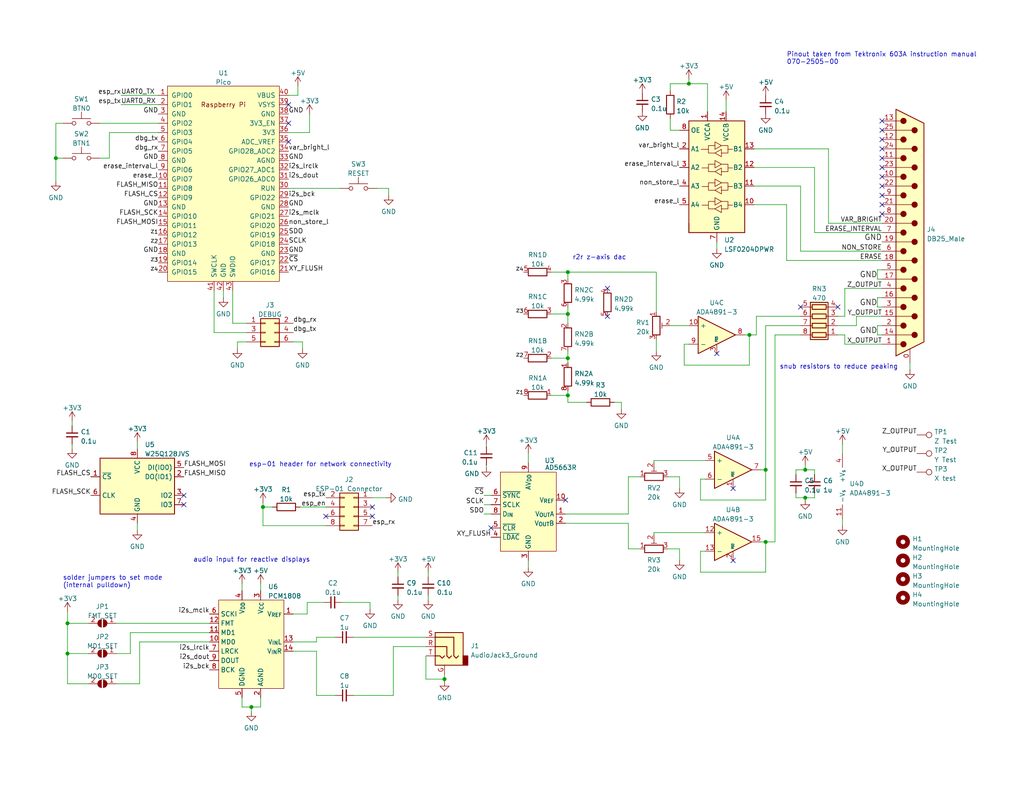
<source format=kicad_sch>
(kicad_sch (version 20211123) (generator eeschema)
  (paper "USLetter")
  (title_block (title "Picotronix Main Board") (date "2022-03-23") (rev "2") (company "Saji Champlin"))
  (junction (at 15.24 43.18))
  (junction (at 208.915 147.955))
  (junction (at 219.71 128.27))
  (junction (at 121.285 185.42))
  (junction (at 154.94 107.95))
  (junction (at 154.94 85.725))
  (junction (at 219.71 135.89))
  (junction (at 154.94 74.295))
  (junction (at 71.755 138.43))
  (junction (at 204.47 91.44))
  (junction (at 154.94 97.79))
  (junction (at 208.915 128.27))
  (junction (at 68.58 193.04))
  (junction (at 18.415 178.435))
  (junction (at 187.96 22.86))
  (junction (at 18.415 170.18))
  (no_connect (at 101.6 140.97))
  (no_connect (at 240.665 50.8))
  (no_connect (at 240.665 53.34))
  (no_connect (at 88.9 140.97))
  (no_connect (at 101.6 138.43))
  (no_connect (at 195.58 96.52))
  (no_connect (at 200.025 153.035))
  (no_connect (at 200.025 133.35))
  (no_connect (at 240.665 45.72))
  (no_connect (at 240.665 35.56))
  (no_connect (at 240.665 58.42))
  (no_connect (at 240.665 40.64))
  (no_connect (at 218.44 83.82))
  (no_connect (at 228.6 83.82))
  (no_connect (at 78.74 28.575))
  (no_connect (at 240.665 55.88))
  (no_connect (at 78.74 33.655))
  (no_connect (at 154.305 136.525))
  (no_connect (at 78.74 38.735))
  (no_connect (at 240.665 48.26))
  (no_connect (at 240.665 33.02))
  (no_connect (at 165.735 78.74))
  (no_connect (at 165.735 86.36))
  (no_connect (at 240.665 43.18))
  (no_connect (at 133.985 144.145))
  (no_connect (at 50.165 137.795))
  (no_connect (at 50.165 135.255))
  (no_connect (at 240.665 38.1))
  (wire (pts (xy 211.455 91.44) (xy 211.455 147.955)))
  (wire (pts (xy 219.71 135.89) (xy 219.71 136.525)))
  (wire (pts (xy 154.94 107.95) (xy 150.495 107.95)))
  (wire (pts (xy 182.88 88.9) (xy 187.96 88.9)))
  (wire (pts (xy 208.915 128.27) (xy 208.915 88.9)))
  (wire (pts (xy 37.465 120.65) (xy 37.465 122.555)))
  (wire (pts (xy 206.375 86.36) (xy 218.44 86.36)))
  (wire (pts (xy 191.135 156.21) (xy 191.135 150.495)))
  (wire (pts (xy 205.74 40.64) (xy 226.06 40.64)))
  (wire (pts (xy 228.6 91.44) (xy 230.505 91.44)))
  (wire (pts (xy 116.205 179.07) (xy 116.205 185.42)))
  (wire (pts (xy 71.755 138.43) (xy 74.295 138.43)))
  (wire (pts (xy 82.55 95.25) (xy 82.55 93.345)))
  (wire (pts (xy 81.915 138.43) (xy 88.9 138.43)))
  (wire (pts (xy 33.02 26.035) (xy 43.18 26.035)))
  (wire (pts (xy 222.25 129.54) (xy 222.25 128.27)))
  (wire (pts (xy 185.42 149.86) (xy 185.42 153.035)))
  (wire (pts (xy 211.455 91.44) (xy 218.44 91.44)))
  (wire (pts (xy 19.685 121.285) (xy 19.685 122.555)))
  (wire (pts (xy 239.395 73.66) (xy 239.395 76.2)))
  (wire (pts (xy 208.915 128.27) (xy 208.915 136.525)))
  (wire (pts (xy 219.71 127) (xy 219.71 128.27)))
  (wire (pts (xy 33.02 28.575) (xy 43.18 28.575)))
  (wire (pts (xy 230.505 78.74) (xy 230.505 86.36)))
  (wire (pts (xy 66.04 193.04) (xy 68.58 193.04)))
  (wire (pts (xy 182.88 24.765) (xy 182.88 22.86)))
  (wire (pts (xy 222.25 63.5) (xy 240.665 63.5)))
  (wire (pts (xy 68.58 193.04) (xy 71.12 193.04)))
  (wire (pts (xy 182.88 22.86) (xy 187.96 22.86)))
  (wire (pts (xy 57.15 175.26) (xy 38.1 175.26)))
  (wire (pts (xy 58.42 90.805) (xy 58.42 79.375)))
  (wire (pts (xy 178.435 146.05) (xy 178.435 145.415)))
  (wire (pts (xy 83.82 164.465) (xy 88.265 164.465)))
  (wire (pts (xy 154.94 97.79) (xy 154.94 99.06)))
  (wire (pts (xy 195.58 66.04) (xy 195.58 67.945)))
  (wire (pts (xy 35.56 178.435) (xy 31.75 178.435)))
  (wire (pts (xy 116.205 185.42) (xy 121.285 185.42)))
  (wire (pts (xy 24.13 186.69) (xy 18.415 186.69)))
  (wire (pts (xy 132.08 135.255) (xy 133.985 135.255)))
  (wire (pts (xy 68.58 193.04) (xy 68.58 194.31)))
  (wire (pts (xy 222.25 128.27) (xy 219.71 128.27)))
  (wire (pts (xy 167.64 109.855) (xy 169.545 109.855)))
  (wire (pts (xy 71.755 138.43) (xy 71.755 143.51)))
  (wire (pts (xy 182.88 35.56) (xy 182.88 32.385)))
  (wire (pts (xy 182.245 130.175) (xy 185.42 130.175)))
  (wire (pts (xy 178.435 126.365) (xy 178.435 125.73)))
  (wire (pts (xy 106.045 51.435) (xy 106.045 53.34)))
  (wire (pts (xy 108.585 156.21) (xy 108.585 157.48)))
  (wire (pts (xy 31.75 170.18) (xy 57.15 170.18)))
  (wire (pts (xy 71.755 137.16) (xy 71.755 138.43)))
  (wire (pts (xy 154.94 107.95) (xy 154.94 109.855)))
  (wire (pts (xy 228.6 86.36) (xy 230.505 86.36)))
  (wire (pts (xy 86.36 173.99) (xy 91.44 173.99)))
  (wire (pts (xy 219.71 135.89) (xy 222.25 135.89)))
  (wire (pts (xy 71.12 193.04) (xy 71.12 190.5)))
  (wire (pts (xy 80.01 177.8) (xy 86.36 177.8)))
  (wire (pts (xy 37.465 142.875) (xy 37.465 144.78)))
  (wire (pts (xy 154.94 74.295) (xy 179.07 74.295)))
  (wire (pts (xy 154.94 74.295) (xy 154.94 76.2)))
  (wire (pts (xy 78.74 36.195) (xy 84.455 36.195)))
  (wire (pts (xy 169.545 109.855) (xy 169.545 111.76)))
  (wire (pts (xy 217.17 128.27) (xy 217.17 129.54)))
  (wire (pts (xy 100.965 164.465) (xy 93.345 164.465)))
  (wire (pts (xy 206.375 91.44) (xy 206.375 86.36)))
  (wire (pts (xy 67.31 93.345) (xy 64.77 93.345)))
  (wire (pts (xy 154.94 83.82) (xy 154.94 85.725)))
  (wire (pts (xy 222.25 134.62) (xy 222.25 135.89)))
  (wire (pts (xy 86.36 189.865) (xy 91.44 189.865)))
  (wire (pts (xy 83.82 164.465) (xy 83.82 167.64)))
  (wire (pts (xy 239.395 83.82) (xy 240.665 83.82)))
  (wire (pts (xy 230.505 78.74) (xy 240.665 78.74)))
  (wire (pts (xy 27.305 33.655) (xy 43.18 33.655)))
  (wire (pts (xy 64.77 93.345) (xy 64.77 95.25)))
  (wire (pts (xy 218.44 50.8) (xy 218.44 68.58)))
  (wire (pts (xy 83.82 167.64) (xy 80.01 167.64)))
  (wire (pts (xy 203.2 91.44) (xy 204.47 91.44)))
  (wire (pts (xy 208.915 147.955) (xy 208.915 156.21)))
  (wire (pts (xy 132.08 137.795) (xy 133.985 137.795)))
  (wire (pts (xy 208.915 88.9) (xy 218.44 88.9)))
  (wire (pts (xy 96.52 173.99) (xy 116.205 173.99)))
  (wire (pts (xy 102.87 51.435) (xy 106.045 51.435)))
  (wire (pts (xy 178.435 125.73) (xy 192.405 125.73)))
  (wire (pts (xy 174.625 130.175) (xy 171.45 130.175)))
  (wire (pts (xy 219.71 128.27) (xy 217.17 128.27)))
  (wire (pts (xy 82.55 93.345) (xy 80.01 93.345)))
  (wire (pts (xy 248.285 99.06) (xy 248.285 100.965)))
  (wire (pts (xy 179.07 92.71) (xy 179.07 95.885)))
  (wire (pts (xy 60.96 79.375) (xy 60.96 81.28)))
  (wire (pts (xy 240.665 81.28) (xy 239.395 81.28)))
  (wire (pts (xy 198.12 27.305) (xy 198.12 30.48)))
  (wire (pts (xy 29.845 36.195) (xy 29.845 43.18)))
  (wire (pts (xy 218.44 68.58) (xy 240.665 68.58)))
  (wire (pts (xy 185.42 130.175) (xy 185.42 133.35)))
  (wire (pts (xy 214.63 71.12) (xy 240.665 71.12)))
  (wire (pts (xy 57.15 172.72) (xy 35.56 172.72)))
  (wire (pts (xy 63.5 88.265) (xy 67.31 88.265)))
  (wire (pts (xy 18.415 178.435) (xy 18.415 186.69)))
  (wire (pts (xy 230.505 91.44) (xy 230.505 93.98)))
  (wire (pts (xy 187.96 21.59) (xy 187.96 22.86)))
  (wire (pts (xy 18.415 170.18) (xy 18.415 178.435)))
  (wire (pts (xy 154.94 95.885) (xy 154.94 97.79)))
  (wire (pts (xy 186.69 93.98) (xy 186.69 99.695)))
  (wire (pts (xy 19.685 114.935) (xy 19.685 116.205)))
  (wire (pts (xy 108.585 162.56) (xy 108.585 163.83)))
  (wire (pts (xy 154.94 85.725) (xy 154.94 88.265)))
  (wire (pts (xy 78.74 26.035) (xy 81.28 26.035)))
  (wire (pts (xy 179.07 74.295) (xy 179.07 85.09)))
  (wire (pts (xy 18.415 167.005) (xy 18.415 170.18)))
  (wire (pts (xy 208.915 156.21) (xy 191.135 156.21)))
  (wire (pts (xy 207.645 128.27) (xy 208.915 128.27)))
  (wire (pts (xy 174.625 149.86) (xy 171.45 149.86)))
  (wire (pts (xy 230.505 93.98) (xy 240.665 93.98)))
  (wire (pts (xy 226.06 40.64) (xy 226.06 60.96)))
  (wire (pts (xy 191.135 130.81) (xy 192.405 130.81)))
  (wire (pts (xy 239.395 81.28) (xy 239.395 83.82)))
  (wire (pts (xy 240.665 73.66) (xy 239.395 73.66)))
  (wire (pts (xy 171.45 130.175) (xy 171.45 140.335)))
  (wire (pts (xy 229.87 141.605) (xy 229.87 143.51)))
  (wire (pts (xy 84.455 31.115) (xy 84.455 36.195)))
  (wire (pts (xy 78.74 51.435) (xy 92.71 51.435)))
  (wire (pts (xy 150.495 74.295) (xy 154.94 74.295)))
  (wire (pts (xy 107.315 189.865) (xy 107.315 176.53)))
  (wire (pts (xy 116.84 162.56) (xy 116.84 163.83)))
  (wire (pts (xy 18.415 170.18) (xy 24.13 170.18)))
  (wire (pts (xy 71.755 143.51) (xy 88.9 143.51)))
  (wire (pts (xy 205.74 45.72) (xy 222.25 45.72)))
  (wire (pts (xy 182.245 149.86) (xy 185.42 149.86)))
  (wire (pts (xy 208.915 147.955) (xy 207.645 147.955)))
  (wire (pts (xy 121.285 184.15) (xy 121.285 185.42)))
  (wire (pts (xy 144.145 123.825) (xy 144.145 126.365)))
  (wire (pts (xy 66.04 159.385) (xy 66.04 161.29)))
  (wire (pts (xy 15.24 33.655) (xy 15.24 43.18)))
  (wire (pts (xy 154.94 106.68) (xy 154.94 107.95)))
  (wire (pts (xy 186.69 93.98) (xy 187.96 93.98)))
  (wire (pts (xy 38.1 175.26) (xy 38.1 186.69)))
  (wire (pts (xy 217.17 135.89) (xy 219.71 135.89)))
  (wire (pts (xy 66.04 190.5) (xy 66.04 193.04)))
  (wire (pts (xy 121.285 185.42) (xy 121.285 186.055)))
  (wire (pts (xy 222.25 45.72) (xy 222.25 63.5)))
  (wire (pts (xy 186.69 99.695) (xy 204.47 99.695)))
  (wire (pts (xy 187.96 22.86) (xy 193.04 22.86)))
  (wire (pts (xy 29.845 43.18) (xy 27.305 43.18)))
  (wire (pts (xy 178.435 145.415) (xy 192.405 145.415)))
  (wire (pts (xy 214.63 55.88) (xy 214.63 71.12)))
  (wire (pts (xy 191.135 150.495) (xy 192.405 150.495)))
  (wire (pts (xy 228.6 88.9) (xy 233.68 88.9)))
  (wire (pts (xy 150.495 97.79) (xy 154.94 97.79)))
  (wire (pts (xy 154.305 140.335) (xy 171.45 140.335)))
  (wire (pts (xy 226.06 60.96) (xy 240.665 60.96)))
  (wire (pts (xy 29.845 36.195) (xy 43.18 36.195)))
  (wire (pts (xy 193.04 22.86) (xy 193.04 30.48)))
  (wire (pts (xy 80.01 175.26) (xy 86.36 175.26)))
  (wire (pts (xy 38.1 186.69) (xy 31.75 186.69)))
  (wire (pts (xy 239.395 91.44) (xy 240.665 91.44)))
  (wire (pts (xy 35.56 172.72) (xy 35.56 178.435)))
  (wire (pts (xy 205.74 50.8) (xy 218.44 50.8)))
  (wire (pts (xy 233.68 86.36) (xy 240.665 86.36)))
  (wire (pts (xy 132.715 121.285) (xy 132.715 121.92)))
  (wire (pts (xy 18.415 178.435) (xy 24.13 178.435)))
  (wire (pts (xy 15.24 33.655) (xy 17.145 33.655)))
  (wire (pts (xy 63.5 79.375) (xy 63.5 88.265)))
  (wire (pts (xy 144.145 153.035) (xy 144.145 154.94)))
  (wire (pts (xy 116.84 156.21) (xy 116.84 157.48)))
  (wire (pts (xy 71.12 159.385) (xy 71.12 161.29)))
  (wire (pts (xy 107.315 176.53) (xy 116.205 176.53)))
  (wire (pts (xy 239.395 76.2) (xy 240.665 76.2)))
  (wire (pts (xy 217.17 134.62) (xy 217.17 135.89)))
  (wire (pts (xy 229.87 121.285) (xy 229.87 123.825)))
  (wire (pts (xy 204.47 91.44) (xy 204.47 99.695)))
  (wire (pts (xy 132.715 127) (xy 132.715 127.635)))
  (wire (pts (xy 208.915 147.955) (xy 211.455 147.955)))
  (wire (pts (xy 100.965 166.37) (xy 100.965 164.465)))
  (wire (pts (xy 240.665 88.9) (xy 239.395 88.9)))
  (wire (pts (xy 191.135 136.525) (xy 191.135 130.81)))
  (wire (pts (xy 171.45 142.875) (xy 154.305 142.875)))
  (wire (pts (xy 205.74 55.88) (xy 214.63 55.88)))
  (wire (pts (xy 208.915 136.525) (xy 191.135 136.525)))
  (wire (pts (xy 233.68 88.9) (xy 233.68 86.36)))
  (wire (pts (xy 204.47 91.44) (xy 206.375 91.44)))
  (wire (pts (xy 81.28 23.495) (xy 81.28 26.035)))
  (wire (pts (xy 86.36 177.8) (xy 86.36 189.865)))
  (wire (pts (xy 171.45 149.86) (xy 171.45 142.875)))
  (wire (pts (xy 239.395 88.9) (xy 239.395 91.44)))
  (wire (pts (xy 15.24 43.18) (xy 17.145 43.18)))
  (wire (pts (xy 150.495 85.725) (xy 154.94 85.725)))
  (wire (pts (xy 15.24 43.18) (xy 15.24 49.53)))
  (wire (pts (xy 154.94 109.855) (xy 160.02 109.855)))
  (wire (pts (xy 67.31 90.805) (xy 58.42 90.805)))
  (wire (pts (xy 132.08 140.335) (xy 133.985 140.335)))
  (wire (pts (xy 101.6 135.89) (xy 105.41 135.89)))
  (wire (pts (xy 86.36 175.26) (xy 86.36 173.99)))
  (wire (pts (xy 185.42 35.56) (xy 182.88 35.56)))
  (wire (pts (xy 96.52 189.865) (xy 107.315 189.865)))
  (text "solder jumpers to set mode\n(internal pulldown)\n" (at 17.145 160.655 0) (effects (font (size 1.27 1.27)) (justify left bottom)))
  (text "esp-01 header for network connectivity\n" (at 67.945 127.635 0) (effects (font (size 1.27 1.27)) (justify left bottom)))
  (text "r2r z-axis dac\n" (at 156.21 71.12 0) (effects (font (size 1.27 1.27)) (justify left bottom)))
  (text "audio input for reactive displays\n" (at 52.705 153.67 0) (effects (font (size 1.27 1.27)) (justify left bottom)))
  (text "Pinout taken from Tektronix 603A instruction manual\n070-2505-00\n" (at 214.63 17.78 0) (effects (font (size 1.27 1.27)) (justify left bottom)))
  (text "snub resistors to reduce peaking" (at 212.725 100.965 0) (effects (font (size 1.27 1.27)) (justify left bottom)))
  (label "i2s_dout" (at 78.74 48.895 0))
  (label "erase_interval_l" (at 185.42 45.72 180))
  (label "FLASH_SCK" (at 43.18 59.055 180))
  (label "i2s_bck" (at 78.74 53.975 0))
  (label "ERASE" (at 240.665 71.12 180))
  (label "UART0_TX" (at 33.02 26.035 0))
  (label "X_OUTPUT" (at 240.665 93.98 180))
  (label "FLASH_MISO" (at 43.18 51.435 180))
  (label "~{CS}" (at 78.74 71.755 0))
  (label "esp_en" (at 88.9 138.43 180))
  (label "i2s_bck" (at 57.15 182.88 180))
  (label "UART0_RX" (at 33.02 28.575 0))
  (label "dbg_rx" (at 80.01 88.265 0))
  (label "Z_OUTPUT" (at 250.19 118.745 180))
  (label "FLASH_MOSI" (at 43.18 61.595 180))
  (label "dbg_rx" (at 43.18 41.275 180))
  (label "GND" (at 78.74 56.515 0))
  (label "FLASH_CS" (at 24.765 130.175 180))
  (label "X_OUTPUT" (at 250.19 128.905 180))
  (label "GND" (at 43.18 31.115 180))
  (label "i2s_lrclk" (at 78.74 46.355 0))
  (label "GND" (at 239.395 83.82 180) (effects (font (size 1.524 1.524))))
  (label "z_{1}" (at 142.875 107.95 180))
  (label "var_bright_l" (at 185.42 40.64 180))
  (label "i2s_mclk" (at 57.15 167.64 180))
  (label "VAR_BRIGHT" (at 240.665 60.96 180))
  (label "SCLK" (at 132.08 137.795 180))
  (label "i2s_lrclk" (at 57.15 177.8 180))
  (label "SCLK" (at 78.74 66.675 0))
  (label "ERASE_INTERVAL" (at 240.665 63.5 180))
  (label "NON_STORE" (at 240.665 68.58 180))
  (label "XY_FLUSH" (at 133.985 146.685 180))
  (label "~{CS}" (at 132.08 135.255 180))
  (label "z_{2}" (at 142.875 97.79 180))
  (label "GND" (at 78.74 69.215 0))
  (label "GND" (at 240.665 66.04 180) (effects (font (size 1.524 1.524))))
  (label "Y_OUTPUT" (at 250.19 123.825 180))
  (label "esp_rx" (at 33.02 26.035 180))
  (label "non_store_l" (at 78.74 61.595 0))
  (label "GND" (at 239.395 91.44 180) (effects (font (size 1.524 1.524))))
  (label "esp_tx" (at 88.9 135.89 180))
  (label "Z_OUTPUT" (at 240.665 78.74 180))
  (label "erase_interval_l" (at 43.18 46.355 180))
  (label "esp_rx" (at 101.6 143.51 0))
  (label "z_{3}" (at 142.875 85.725 180))
  (label "dbg_tx" (at 80.01 90.805 0))
  (label "dbg_tx" (at 43.18 38.735 180))
  (label "erase_l" (at 43.18 48.895 180))
  (label "var_bright_l" (at 78.74 41.275 0))
  (label "z_{3}" (at 43.18 71.755 180))
  (label "FLASH_MOSI" (at 50.165 127.635 0))
  (label "i2s_mclk" (at 78.74 59.055 0))
  (label "FLASH_MISO" (at 50.165 130.175 0))
  (label "z_{4}" (at 142.875 74.295 180))
  (label "FLASH_CS" (at 43.18 53.975 180))
  (label "esp_tx" (at 33.02 28.575 180))
  (label "z_{4}" (at 43.18 74.295 180))
  (label "FLASH_SCK" (at 24.765 135.255 180))
  (label "GND" (at 43.18 56.515 180))
  (label "non_store_l" (at 185.42 50.8 180))
  (label "GND" (at 43.18 43.815 180))
  (label "SDO" (at 78.74 64.135 0))
  (label "GND" (at 78.74 31.115 0))
  (label "erase_l" (at 185.42 55.88 180))
  (label "z_{1}" (at 43.18 64.135 180))
  (label "i2s_dout" (at 57.15 180.34 180))
  (label "Y_OUTPUT" (at 240.665 86.36 180))
  (label "GND" (at 239.395 76.2 180) (effects (font (size 1.524 1.524))))
  (label "XY_FLUSH" (at 78.74 74.295 0))
  (label "SDO" (at 132.08 140.335 180))
  (label "GND" (at 78.74 43.815 0))
  (label "GND" (at 43.18 69.215 180))
  (label "z_{2}" (at 43.18 66.675 180))
  (symbol (lib_id "Device:R_Pack04_Split") (at 146.685 85.725 90) (unit 3)
    (property "Reference" "RN1" (at 146.685 81.0092 90))
    (property "Value" "10k" (at 146.685 83.5461 90))
    (property "Footprint" "Resistor_SMD:R_Array_Convex_4x1206" (effects hide))
    (property "Digikey_PN" "CAY16-1002F4LFCT-ND" (effects hide))
  )
  (symbol (lib_id "picotronix:ADA4891-3") (at 200.025 147.955 0) (unit 2)
    (property "Reference" "U4" (at 200.025 139.1752 0))
    (property "Value" "ADA4891-3" (at 200.025 141.7121 0))
    (property "Footprint" "Package_SO:TSSOP-14_4.4x5mm_P0.65mm" (effects hide))
    (property "Datasheet" "https://www.analog.com/media/en/technical-documentation/data-sheets/ADA4891-1_4891-2_4891-3_4891-4.PDF" (effects hide))
    (property "Digikey_PN" "ADA4891-3WARUZ-R7CT-ND" (effects hide))
  )
  (symbol (lib_id "power:GND") (at 169.545 111.76 0) (unit 1)
    (property "Reference" "#PWR0114" (effects hide))
    (property "Value" "GND" (at 169.545 116.2034 0))
  )
  (symbol (lib_id "Mechanical:MountingHole") (at 246.38 147.955 0) (unit 1)
    (property "Reference" "H1" (at 248.92 147.1203 0) (effects (justify left)))
    (property "Value" "MountingHole" (at 248.92 149.6572 0) (effects (justify left)))
    (property "Footprint" "MountingHole:MountingHole_3.2mm_M3" (effects hide))
  )
  (symbol (lib_id "Device:R_Pack04") (at 223.52 86.36 90) (unit 1)
    (property "Reference" "RN3" (at 223.52 78.8502 90))
    (property "Value" "470" (at 223.52 81.3871 90))
    (property "Footprint" "Resistor_SMD:R_Array_Convex_4x1206" (effects hide))
    (property "Digikey_PN" "CAY16-4700F4LFCT-ND" (effects hide))
  )
  (symbol (lib_id "Jumper:SolderJumper_2_Open") (at 27.94 178.435 0) (mirror y) (unit 1)
    (property "Reference" "JP2" (at 27.94 173.8462 0))
    (property "Value" "MD1_SET" (at 27.94 176.3831 0))
    (property "Footprint" "Jumper:SolderJumper-2_P1.3mm_Open_TrianglePad1.0x1.5mm" (effects hide))
  )
  (symbol (lib_id "Device:R_Pack04_Split") (at 154.94 80.01 180) (unit 3)
    (property "Reference" "RN2" (at 156.718 79.1753 0) (effects (justify right)))
    (property "Value" "4.99k" (at 156.718 81.7122 0) (effects (justify right)))
    (property "Footprint" "Resistor_SMD:R_Array_Convex_4x1206" (effects hide))
    (property "Digikey_PN" "CAY16-4991F4LFCT-ND" (effects hide))
  )
  (symbol (lib_id "Jumper:SolderJumper_2_Open") (at 27.94 186.69 0) (mirror y) (unit 1)
    (property "Reference" "JP3" (at 27.94 182.1012 0))
    (property "Value" "MD0_SET" (at 27.94 184.6381 0))
    (property "Footprint" "Jumper:SolderJumper-2_P1.3mm_Open_TrianglePad1.0x1.5mm" (effects hide))
  )
  (symbol (lib_id "power:GND") (at 144.145 154.94 0) (unit 1)
    (property "Reference" "#PWR0107" (effects hide))
    (property "Value" "GND" (at 144.145 159.3834 0))
  )
  (symbol (lib_id "power:GND") (at 219.71 136.525 0) (unit 1)
    (property "Reference" "#PWR0104" (effects hide))
    (property "Value" "GND" (at 219.71 140.9684 0))
  )
  (symbol (lib_id "Device:R_Pack04_Split") (at 154.94 102.87 180) (unit 1)
    (property "Reference" "RN2" (at 156.718 102.0353 0) (effects (justify right)))
    (property "Value" "4.99k" (at 156.718 104.5722 0) (effects (justify right)))
    (property "Footprint" "Resistor_SMD:R_Array_Convex_4x1206" (effects hide))
    (property "Digikey_PN" "CAY16-4991F4LFCT-ND" (effects hide))
  )
  (symbol (lib_id "power:+3V3") (at 187.96 21.59 0) (unit 1)
    (property "Reference" "#PWR0119" (effects hide))
    (property "Value" "+3V3" (at 187.96 18.0142 0))
  )
  (symbol (lib_id "Device:C_Small") (at 108.585 160.02 0) (unit 1)
    (property "Reference" "C9" (at 110.9091 159.1916 0) (effects (justify left)))
    (property "Value" "0.1u" (at 110.9091 161.7285 0) (effects (justify left)))
    (property "Footprint" "Capacitor_SMD:C_0603_1608Metric_Pad1.08x0.95mm_HandSolder" (effects hide))
  )
  (symbol (lib_id "Connector:TestPoint") (at 250.19 128.905 270) (unit 1)
    (property "Reference" "TP3" (at 254.889 128.0703 90) (effects (justify left)))
    (property "Value" "X test" (at 254.889 130.6072 90) (effects (justify left)))
    (property "Footprint" "TestPoint:TestPoint_Pad_2.0x2.0mm" (effects hide))
  )
  (symbol (lib_id "Connector_Generic:Conn_02x04_Odd_Even") (at 96.52 138.43 0) (mirror y) (unit 1)
    (property "Reference" "J2" (at 95.25 130.9202 0))
    (property "Value" "ESP-01 Connector" (at 95.25 133.4571 0))
    (property "Footprint" "Connector_PinSocket_2.54mm:PinSocket_2x04_P2.54mm_Vertical" (effects hide))
  )
  (symbol (lib_id "Connector:DB25_Male_MountingHoles") (at 248.285 63.5 0) (unit 1)
    (property "Reference" "J4" (at 252.857 62.6653 0) (effects (justify left)))
    (property "Value" "DB25_Male" (at 252.857 65.2022 0) (effects (justify left)))
    (property "Footprint" "Connector_Dsub:DSUB-25_Male_Horizontal_P2.77x2.84mm_EdgePinOffset9.90mm_Housed_MountingHolesOffset11.32mm" (effects hide))
    (property "Datasheet" " ~" (effects hide))
  )
  (symbol (lib_id "power:+5V") (at 198.12 27.305 0) (unit 1)
    (property "Reference" "#PWR0111" (effects hide))
    (property "Value" "+5V" (at 198.12 23.7292 0))
  )
  (symbol (lib_id "power:+5V") (at 81.28 23.495 0) (unit 1)
    (property "Reference" "#PWR0116" (effects hide))
    (property "Value" "+5V" (at 81.28 19.9192 0))
  )
  (symbol (lib_id "Switch:SW_Push") (at 22.225 43.18 0) (unit 1)
    (property "Reference" "SW2" (at 22.225 36.5592 0))
    (property "Value" "BTN1" (at 22.225 39.0961 0))
    (property "Footprint" "Button_Switch_SMD:SW_SPST_TL3305A" (effects hide))
  )
  (symbol (lib_id "power:+3V3") (at 19.685 114.935 0) (unit 1)
    (property "Reference" "#PWR02" (effects hide))
    (property "Value" "+3V3" (at 19.685 111.3592 0))
  )
  (symbol (lib_id "Device:R") (at 182.88 28.575 180) (unit 1)
    (property "Reference" "R2" (at 184.531 27.7403 0) (effects (justify right)))
    (property "Value" "10k" (at 184.531 30.2772 0) (effects (justify right)))
    (property "Footprint" "Resistor_SMD:R_0603_1608Metric_Pad0.98x0.95mm_HandSolder" (effects hide))
  )
  (symbol (lib_id "power:+3V3") (at 132.715 121.285 0) (unit 1)
    (property "Reference" "#PWR015" (effects hide))
    (property "Value" "+3V3" (at 132.715 117.7092 0))
  )
  (symbol (lib_id "Device:C_Small") (at 208.915 28.575 0) (unit 1)
    (property "Reference" "C4" (at 211.2391 27.7466 0) (effects (justify left)))
    (property "Value" "0.1u" (at 211.2391 30.2835 0) (effects (justify left)))
    (property "Footprint" "Capacitor_SMD:C_0603_1608Metric_Pad1.08x0.95mm_HandSolder" (effects hide))
  )
  (symbol (lib_id "power:GND") (at 185.42 133.35 0) (unit 1)
    (property "Reference" "#PWR017" (effects hide))
    (property "Value" "GND" (at 185.42 137.7934 0))
  )
  (symbol (lib_id "Memory_Flash:W25Q128JVS") (at 37.465 132.715 0) (unit 1)
    (property "Reference" "U5" (at 39.4844 121.3952 0) (effects (justify left)))
    (property "Value" "W25Q128JVS" (at 39.4844 123.9321 0) (effects (justify left)))
    (property "Footprint" "Package_SO:SOIC-8_5.23x5.23mm_P1.27mm" (effects hide))
    (property "Datasheet" "http://www.winbond.com/resource-files/w25q128jv_dtr%20revc%2003272018%20plus.pdf" (effects hide))
  )
  (symbol (lib_id "power:GND") (at 105.41 135.89 90) (unit 1)
    (property "Reference" "#PWR0125" (effects hide))
    (property "Value" "GND" (at 108.585 136.3238 90) (effects (justify right)))
  )
  (symbol (lib_id "Device:R_Potentiometer_Trim") (at 179.07 88.9 0) (unit 1)
    (property "Reference" "RV1" (at 177.2921 88.0653 0) (effects (justify right)))
    (property "Value" "20k" (at 177.2921 90.6022 0) (effects (justify right)))
    (property "Footprint" "Potentiometer_SMD:Potentiometer_Bourns_TC33X_Vertical" (effects hide))
    (property "Digikey_PN" "TC33X-2-203ECT-ND" (effects hide))
  )
  (symbol (lib_id "power:+5V") (at 208.915 26.035 0) (unit 1)
    (property "Reference" "#PWR0110" (effects hide))
    (property "Value" "+5V" (at 208.915 22.4592 0))
  )
  (symbol (lib_id "Switch:SW_Push") (at 97.79 51.435 0) (unit 1)
    (property "Reference" "SW3" (at 97.79 44.8142 0))
    (property "Value" "RESET" (at 97.79 47.3511 0))
    (property "Footprint" "Button_Switch_SMD:SW_SPST_TL3305A" (effects hide))
  )
  (symbol (lib_id "picotronix:PCM1808") (at 68.58 176.53 0) (unit 1)
    (property "Reference" "U6" (at 73.1394 160.181 0) (effects (justify left)))
    (property "Value" "PCM1808" (at 73.1394 162.7179 0) (effects (justify left)))
    (property "Footprint" "Package_SO:TSSOP-14_4.4x5mm_P0.65mm" (effects hide))
    (property "Datasheet" "https://www.ti.com/lit/ds/symlink/pcm1808.pdf" (effects hide))
  )
  (symbol (lib_id "picotronix:Pico") (at 60.96 50.165 0) (unit 1)
    (property "Reference" "U1" (at 60.96 19.9222 0))
    (property "Value" "Pico" (at 60.96 22.4591 0))
    (property "Footprint" "picotronix:RPi_Pico_SMD_TH" (effects hide))
  )
  (symbol (lib_id "power:+5V") (at 229.87 121.285 0) (unit 1)
    (property "Reference" "#PWR0103" (effects hide))
    (property "Value" "+5V" (at 229.87 117.7092 0))
  )
  (symbol (lib_id "Device:C_Small") (at 222.25 132.08 0) (unit 1)
    (property "Reference" "C6" (at 224.5741 131.2516 0) (effects (justify left)))
    (property "Value" "1u" (at 224.5741 133.7885 0) (effects (justify left)))
    (property "Footprint" "Capacitor_SMD:C_0603_1608Metric_Pad1.08x0.95mm_HandSolder" (effects hide))
  )
  (symbol (lib_id "Device:R_Pack04_Split") (at 154.94 92.075 0) (mirror x) (unit 2)
    (property "Reference" "RN2" (at 156.718 91.2403 0) (effects (justify left)))
    (property "Value" "4.99k" (at 156.718 93.7772 0) (effects (justify left)))
    (property "Footprint" "Resistor_SMD:R_Array_Convex_4x1206" (effects hide))
    (property "Digikey_PN" "CAY16-4991F4LFCT-ND" (effects hide))
  )
  (symbol (lib_id "Device:R_Pack04_Split") (at 146.685 97.79 90) (unit 2)
    (property "Reference" "RN1" (at 146.685 93.0742 90))
    (property "Value" "10k" (at 146.685 95.6111 90))
    (property "Footprint" "Resistor_SMD:R_Array_Convex_4x1206" (effects hide))
    (property "Digikey_PN" "CAY16-1002F4LFCT-ND" (effects hide))
  )
  (symbol (lib_id "Mechanical:MountingHole") (at 246.38 163.195 0) (unit 1)
    (property "Reference" "H4" (at 248.92 162.3603 0) (effects (justify left)))
    (property "Value" "MountingHole" (at 248.92 164.8972 0) (effects (justify left)))
    (property "Footprint" "MountingHole:MountingHole_3.2mm_M3" (effects hide))
  )
  (symbol (lib_id "power:GND") (at 132.715 127.635 0) (unit 1)
    (property "Reference" "#PWR016" (effects hide))
    (property "Value" "GND" (at 130.8101 129.3388 0) (effects (justify right)))
  )
  (symbol (lib_id "Switch:SW_Push") (at 22.225 33.655 0) (unit 1)
    (property "Reference" "SW1" (at 22.225 27.0342 0))
    (property "Value" "BTN0" (at 22.225 29.5711 0))
    (property "Footprint" "Button_Switch_SMD:SW_SPST_TL3305A" (effects hide))
  )
  (symbol (lib_id "Device:R") (at 163.83 109.855 270) (unit 1)
    (property "Reference" "R3" (at 163.83 105.1392 90))
    (property "Value" "10k" (at 163.83 107.6761 90))
    (property "Footprint" "Resistor_SMD:R_0603_1608Metric_Pad0.98x0.95mm_HandSolder" (effects hide))
  )
  (symbol (lib_id "Mechanical:MountingHole") (at 246.38 158.115 0) (unit 1)
    (property "Reference" "H3" (at 248.92 157.2803 0) (effects (justify left)))
    (property "Value" "MountingHole" (at 248.92 159.8172 0) (effects (justify left)))
    (property "Footprint" "MountingHole:MountingHole_3.2mm_M3" (effects hide))
  )
  (symbol (lib_id "power:+3V3") (at 108.585 156.21 0) (unit 1)
    (property "Reference" "#PWR010" (effects hide))
    (property "Value" "+3V3" (at 108.585 152.6342 0))
  )
  (symbol (lib_id "power:GND") (at 229.87 143.51 0) (unit 1)
    (property "Reference" "#PWR0105" (effects hide))
    (property "Value" "GND" (at 229.87 147.9534 0))
  )
  (symbol (lib_id "power:GND") (at 100.965 166.37 0) (unit 1)
    (property "Reference" "#PWR09" (effects hide))
    (property "Value" "GND" (at 100.965 170.8134 0))
  )
  (symbol (lib_id "Device:C_Small") (at 175.26 27.94 0) (unit 1)
    (property "Reference" "C3" (at 177.5841 27.1116 0) (effects (justify left)))
    (property "Value" "0.1u" (at 177.5841 29.6485 0) (effects (justify left)))
    (property "Footprint" "Capacitor_SMD:C_0603_1608Metric_Pad1.08x0.95mm_HandSolder" (effects hide))
  )
  (symbol (lib_id "power:+5V") (at 116.84 156.21 0) (unit 1)
    (property "Reference" "#PWR012" (effects hide))
    (property "Value" "+5V" (at 116.84 152.6342 0))
  )
  (symbol (lib_id "picotronix:ADA4891-3") (at 195.58 91.44 0) (unit 3)
    (property "Reference" "U4" (at 195.58 82.6602 0))
    (property "Value" "ADA4891-3" (at 195.58 85.1971 0))
    (property "Footprint" "Package_SO:TSSOP-14_4.4x5mm_P0.65mm" (effects hide))
    (property "Datasheet" "https://www.analog.com/media/en/technical-documentation/data-sheets/ADA4891-1_4891-2_4891-3_4891-4.PDF" (effects hide))
    (property "Digikey_PN" "ADA4891-3WARUZ-R7CT-ND" (effects hide))
  )
  (symbol (lib_id "power:+3V3") (at 144.145 123.825 0) (unit 1)
    (property "Reference" "#PWR0108" (effects hide))
    (property "Value" "+3V3" (at 144.145 120.2492 0))
  )
  (symbol (lib_id "Device:R_Pack04_Split") (at 146.685 74.295 90) (unit 4)
    (property "Reference" "RN1" (at 146.685 69.5792 90))
    (property "Value" "10k" (at 146.685 72.1161 90))
    (property "Footprint" "Resistor_SMD:R_Array_Convex_4x1206" (effects hide))
    (property "Digikey_PN" "CAY16-1002F4LFCT-ND" (effects hide))
  )
  (symbol (lib_id "power:GND") (at 106.045 53.34 0) (unit 1)
    (property "Reference" "#PWR0117" (effects hide))
    (property "Value" "GND" (at 106.045 57.7834 0))
  )
  (symbol (lib_id "power:GND") (at 121.285 186.055 0) (unit 1)
    (property "Reference" "#PWR014" (effects hide))
    (property "Value" "GND" (at 121.285 190.4984 0))
  )
  (symbol (lib_id "Device:R") (at 78.105 138.43 90) (unit 1)
    (property "Reference" "R1" (at 78.105 133.7142 90))
    (property "Value" "10k" (at 78.105 136.2511 90))
    (property "Footprint" "Resistor_SMD:R_0603_1608Metric_Pad0.98x0.95mm_HandSolder" (effects hide))
  )
  (symbol (lib_id "Connector_Generic:Conn_02x03_Odd_Even") (at 72.39 90.805 0) (unit 1)
    (property "Reference" "J3" (at 73.66 83.2952 0))
    (property "Value" "DEBUG" (at 73.66 85.8321 0))
    (property "Footprint" "Connector_PinHeader_2.54mm:PinHeader_2x03_P2.54mm_Vertical" (effects hide))
  )
  (symbol (lib_id "Device:C_Small") (at 132.715 124.46 0) (unit 1)
    (property "Reference" "C11" (at 130.391 123.6316 0) (effects (justify right)))
    (property "Value" "0.1u" (at 130.391 126.1685 0) (effects (justify right)))
    (property "Footprint" "Capacitor_SMD:C_0603_1608Metric_Pad1.08x0.95mm_HandSolder" (effects hide))
  )
  (symbol (lib_id "Device:C_Small") (at 93.98 173.99 90) (unit 1)
    (property "Reference" "C7" (at 93.9863 168.7281 90))
    (property "Value" "1u" (at 93.9863 171.265 90))
    (property "Footprint" "Capacitor_SMD:C_0603_1608Metric_Pad1.08x0.95mm_HandSolder" (effects hide))
  )
  (symbol (lib_id "power:GND") (at 19.685 122.555 0) (unit 1)
    (property "Reference" "#PWR03" (effects hide))
    (property "Value" "GND" (at 19.685 126.9984 0))
  )
  (symbol (lib_id "Device:R_Pack04_Split") (at 146.685 107.95 90) (unit 1)
    (property "Reference" "RN1" (at 146.685 103.2342 90))
    (property "Value" "10k" (at 146.685 105.7711 90))
    (property "Footprint" "Resistor_SMD:R_Array_Convex_4x1206" (effects hide))
    (property "Digikey_PN" "CAY16-1002F4LFCT-ND" (effects hide))
  )
  (symbol (lib_id "Connector:TestPoint") (at 250.19 118.745 270) (unit 1)
    (property "Reference" "TP1" (at 254.889 117.9103 90) (effects (justify left)))
    (property "Value" "Z Test" (at 254.889 120.4472 90) (effects (justify left)))
    (property "Footprint" "TestPoint:TestPoint_Pad_2.0x2.0mm" (effects hide))
  )
  (symbol (lib_id "Device:R_Potentiometer_Trim") (at 178.435 130.175 90) (unit 1)
    (property "Reference" "RV2" (at 178.435 133.2214 90))
    (property "Value" "20k" (at 178.435 135.7583 90))
    (property "Footprint" "Potentiometer_SMD:Potentiometer_Bourns_TC33X_Vertical" (effects hide))
    (property "Digikey_PN" "TC33X-2-203ECT-ND" (effects hide))
  )
  (symbol (lib_id "Device:C_Small") (at 93.98 189.865 90) (unit 1)
    (property "Reference" "C8" (at 93.9863 184.6031 90))
    (property "Value" "1u" (at 93.9863 187.14 90))
    (property "Footprint" "Capacitor_SMD:C_0603_1608Metric_Pad1.08x0.95mm_HandSolder" (effects hide))
  )
  (symbol (lib_id "power:+3V3") (at 84.455 31.115 0) (unit 1)
    (property "Reference" "#PWR0115" (effects hide))
    (property "Value" "+3V3" (at 84.455 27.5392 0))
  )
  (symbol (lib_id "Device:C_Small") (at 217.17 132.08 0) (unit 1)
    (property "Reference" "C5" (at 219.4941 131.2516 0) (effects (justify left)))
    (property "Value" "0.1u" (at 219.4941 133.7885 0) (effects (justify left)))
    (property "Footprint" "Capacitor_SMD:C_0603_1608Metric_Pad1.08x0.95mm_HandSolder" (effects hide))
  )
  (symbol (lib_id "power:GND") (at 60.96 81.28 0) (unit 1)
    (property "Reference" "#PWR0122" (effects hide))
    (property "Value" "GND" (at 60.96 85.7234 0))
  )
  (symbol (lib_id "power:+3V3") (at 18.415 167.005 0) (unit 1)
    (property "Reference" "#PWR01" (effects hide))
    (property "Value" "+3V3" (at 18.415 163.4292 0))
  )
  (symbol (lib_id "picotronix:ADA4891-3") (at 198.755 128.27 0) (unit 1)
    (property "Reference" "U4" (at 200.025 119.4902 0))
    (property "Value" "ADA4891-3" (at 200.025 122.0271 0))
    (property "Footprint" "Package_SO:TSSOP-14_4.4x5mm_P0.65mm" (effects hide))
    (property "Datasheet" "https://www.analog.com/media/en/technical-documentation/data-sheets/ADA4891-1_4891-2_4891-3_4891-4.PDF" (effects hide))
    (property "Digikey_PN" "ADA4891-3WARUZ-R7CT-ND" (effects hide))
  )
  (symbol (lib_id "picotronix:LSF0204DPWR") (at 195.58 48.26 0) (unit 1)
    (property "Reference" "U2" (at 197.5994 65.5304 0) (effects (justify left)))
    (property "Value" "LSF0204DPWR" (at 197.5994 68.0673 0) (effects (justify left)))
    (property "Footprint" "Package_SO:TSSOP-14_4.4x5mm_P0.65mm" (effects hide))
    (property "Datasheet" "http://www.ti.com/lit/ds/symlink/lsf0204d.pdf" (effects hide))
    (property "Digikey_PN" "296-40400-1-ND" (effects hide))
  )
  (symbol (lib_id "power:+5V") (at 71.12 159.385 0) (unit 1)
    (property "Reference" "#PWR08" (effects hide))
    (property "Value" "+5V" (at 71.12 155.8092 0))
  )
  (symbol (lib_id "Device:R_Potentiometer_Trim") (at 178.435 149.86 90) (unit 1)
    (property "Reference" "RV3" (at 178.435 152.9064 90))
    (property "Value" "20k" (at 178.435 155.4433 90))
    (property "Footprint" "Potentiometer_SMD:Potentiometer_Bourns_TC33X_Vertical" (effects hide))
    (property "Digikey_PN" "TC33X-2-203ECT-ND" (effects hide))
  )
  (symbol (lib_id "power:+3V3") (at 175.26 25.4 0) (unit 1)
    (property "Reference" "#PWR0121" (effects hide))
    (property "Value" "+3V3" (at 175.26 21.8242 0))
  )
  (symbol (lib_id "Device:C_Small") (at 90.805 164.465 90) (unit 1)
    (property "Reference" "C2" (at 90.8113 159.2031 90))
    (property "Value" "0.1u" (at 90.8113 161.74 90))
    (property "Footprint" "Capacitor_SMD:C_0603_1608Metric_Pad1.08x0.95mm_HandSolder" (effects hide))
  )
  (symbol (lib_id "Device:R_Pack04_Split") (at 165.735 82.55 180) (unit 4)
    (property "Reference" "RN2" (at 167.513 81.7153 0) (effects (justify right)))
    (property "Value" "4.99k" (at 167.513 84.2522 0) (effects (justify right)))
    (property "Footprint" "Resistor_SMD:R_Array_Convex_4x1206" (effects hide))
    (property "Digikey_PN" "CAY16-4991F4LFCT-ND" (effects hide))
  )
  (symbol (lib_id "Jumper:SolderJumper_2_Open") (at 27.94 170.18 0) (mirror y) (unit 1)
    (property "Reference" "JP1" (at 27.94 165.5912 0))
    (property "Value" "FMT_SET" (at 27.94 168.1281 0))
    (property "Footprint" "Jumper:SolderJumper-2_P1.3mm_Open_TrianglePad1.0x1.5mm" (effects hide))
  )
  (symbol (lib_id "power:GND") (at 68.58 194.31 0) (unit 1)
    (property "Reference" "#PWR07" (effects hide))
    (property "Value" "GND" (at 68.58 198.7534 0))
  )
  (symbol (lib_id "power:GND") (at 82.55 95.25 0) (unit 1)
    (property "Reference" "#PWR0126" (effects hide))
    (property "Value" "GND" (at 82.55 99.6934 0))
  )
  (symbol (lib_id "power:GND") (at 208.915 31.115 0) (unit 1)
    (property "Reference" "#PWR0112" (effects hide))
    (property "Value" "GND" (at 208.915 35.5584 0))
  )
  (symbol (lib_id "power:GND") (at 108.585 163.83 0) (unit 1)
    (property "Reference" "#PWR011" (effects hide))
    (property "Value" "GND" (at 108.585 168.2734 0))
  )
  (symbol (lib_id "power:GND") (at 185.42 153.035 0) (unit 1)
    (property "Reference" "#PWR0109" (effects hide))
    (property "Value" "GND" (at 185.42 157.4784 0))
  )
  (symbol (lib_id "picotronix:ADA4891-3") (at 229.87 132.715 0) (unit 4)
    (property "Reference" "U4" (at 231.775 132.08 0) (effects (justify left)))
    (property "Value" "ADA4891-3" (at 231.775 134.62 0) (effects (justify left)))
    (property "Footprint" "Package_SO:TSSOP-14_4.4x5mm_P0.65mm" (effects hide))
    (property "Datasheet" "https://www.analog.com/media/en/technical-documentation/data-sheets/ADA4891-1_4891-2_4891-3_4891-4.PDF" (effects hide))
    (property "Digikey_PN" "ADA4891-3WARUZ-R7CT-ND" (effects hide))
  )
  (symbol (lib_id "power:GND") (at 195.58 67.945 0) (unit 1)
    (property "Reference" "#PWR0118" (effects hide))
    (property "Value" "GND" (at 195.58 72.3884 0))
  )
  (symbol (lib_id "power:GND") (at 116.84 163.83 0) (unit 1)
    (property "Reference" "#PWR013" (effects hide))
    (property "Value" "GND" (at 116.84 168.2734 0))
  )
  (symbol (lib_id "power:GND") (at 179.07 95.885 0) (unit 1)
    (property "Reference" "#PWR0113" (effects hide))
    (property "Value" "GND" (at 179.07 100.3284 0))
  )
  (symbol (lib_id "power:GND") (at 15.24 49.53 0) (unit 1)
    (property "Reference" "#PWR0123" (effects hide))
    (property "Value" "GND" (at 15.24 53.9734 0))
  )
  (symbol (lib_id "power:GND") (at 37.465 144.78 0) (unit 1)
    (property "Reference" "#PWR05" (effects hide))
    (property "Value" "GND" (at 37.465 149.2234 0))
  )
  (symbol (lib_id "power:GND") (at 64.77 95.25 0) (unit 1)
    (property "Reference" "#PWR0127" (effects hide))
    (property "Value" "GND" (at 64.77 99.6934 0))
  )
  (symbol (lib_id "Device:C_Small") (at 19.685 118.745 0) (unit 1)
    (property "Reference" "C1" (at 22.0091 117.9166 0) (effects (justify left)))
    (property "Value" "0.1u" (at 22.0091 120.4535 0) (effects (justify left)))
    (property "Footprint" "Capacitor_SMD:C_0603_1608Metric_Pad1.08x0.95mm_HandSolder" (effects hide))
  )
  (symbol (lib_id "power:GND") (at 175.26 30.48 0) (unit 1)
    (property "Reference" "#PWR0120" (effects hide))
    (property "Value" "GND" (at 175.26 34.9234 0))
  )
  (symbol (lib_id "power:+3V3") (at 71.755 137.16 0) (unit 1)
    (property "Reference" "#PWR0124" (effects hide))
    (property "Value" "+3V3" (at 71.755 133.5842 0))
  )
  (symbol (lib_id "power:+5V") (at 219.71 127 0) (unit 1)
    (property "Reference" "#PWR0102" (effects hide))
    (property "Value" "+5V" (at 219.71 123.4242 0))
  )
  (symbol (lib_id "Connector:AudioJack3_Ground") (at 121.285 176.53 0) (mirror y) (unit 1)
    (property "Reference" "J1" (at 128.397 176.3303 0) (effects (justify right)))
    (property "Value" "AudioJack3_Ground" (at 128.397 178.8672 0) (effects (justify right)))
    (property "Footprint" "Connector_Audio:Jack_3.5mm_CUI_SJ-3524-SMT_Horizontal" (effects hide))
  )
  (symbol (lib_id "power:+3V3") (at 37.465 120.65 0) (unit 1)
    (property "Reference" "#PWR04" (effects hide))
    (property "Value" "+3V3" (at 37.465 117.0742 0))
  )
  (symbol (lib_id "power:GND") (at 248.285 100.965 0) (unit 1)
    (property "Reference" "#PWR0101" (effects hide))
    (property "Value" "GND" (at 248.285 105.4084 0))
  )
  (symbol (lib_id "Connector:TestPoint") (at 250.19 123.825 270) (unit 1)
    (property "Reference" "TP2" (at 254.889 122.9903 90) (effects (justify left)))
    (property "Value" "Y Test" (at 254.889 125.5272 90) (effects (justify left)))
    (property "Footprint" "TestPoint:TestPoint_Pad_2.0x2.0mm" (effects hide))
  )
  (symbol (lib_id "picotronix:AD5663R") (at 144.145 139.065 0) (unit 1)
    (property "Reference" "U3" (at 148.59 125.73 0) (effects (justify left)))
    (property "Value" "AD5663R" (at 153.035 127.635 0))
    (property "Footprint" "Package_SO:MSOP-10_3x3mm_P0.5mm" (effects hide))
    (property "Datasheet" "https://www.analog.com/media/en/technical-documentation/data-sheets/AD5623R_43R_63R.pdf" (effects hide))
    (property "Digikey_PN" "AD5623RBRMZ-5REEL7CT-ND" (effects hide))
  )
  (symbol (lib_id "power:+3V3") (at 66.04 159.385 0) (unit 1)
    (property "Reference" "#PWR06" (effects hide))
    (property "Value" "+3V3" (at 66.04 155.8092 0))
  )
  (symbol (lib_id "Mechanical:MountingHole") (at 246.38 153.035 0) (unit 1)
    (property "Reference" "H2" (at 248.92 152.2003 0) (effects (justify left)))
    (property "Value" "MountingHole" (at 248.92 154.7372 0) (effects (justify left)))
    (property "Footprint" "MountingHole:MountingHole_3.2mm_M3" (effects hide))
  )
  (symbol (lib_id "Device:C_Small") (at 116.84 160.02 0) (unit 1)
    (property "Reference" "C10" (at 119.1641 159.1916 0) (effects (justify left)))
    (property "Value" "0.1u" (at 119.1641 161.7285 0) (effects (justify left)))
    (property "Footprint" "Capacitor_SMD:C_0603_1608Metric_Pad1.08x0.95mm_HandSolder" (effects hide))
  )
)
</source>
